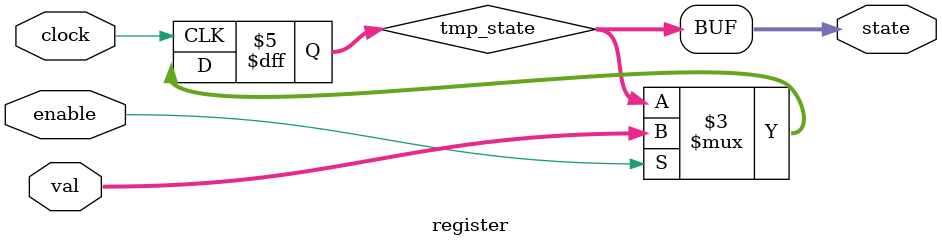
<source format=sv>
module abba (output z, input [1:2]x, input clock);

  wire [1:2]out_reg;
  wire [1:2]in_reg;

  register r(out_reg, clock, 1'b1, in_reg);
  sigma sm(in_reg, out_reg, x);
  omega om(z, out_reg, x);

endmodule // abba

module omega (output z, input [1:2]s, input [1:2]x);

  assign
    #1 z = s[1] & ~s[2] & ~x[1] & ~x[2];

endmodule // omega

module sigma (output [1:2]ns, input [1:2]s, input [1:2]x);

  assign
    #1 ns[1] = s[2] & ~x[1] & x[2];
  assign
    #2 ns[2] = ~s[1] &  s[2] & ~x[1]
          | ~s[1] & ~x[2]
          |  s[2] & ~x[2];

endmodule // sigma

module register (output reg [1:N]state, input clock, input enable, input [1:N]val);

  parameter N = 2;
  reg [1:N]tmp_state;

  // Viene eseguito quando il modulo viene istanziato
  initial begin
    tmp_state = 0;
  end

  // Viene eseguito ad ogni posedge del clock
  always @ (posedge clock) begin
    if (enable)
      tmp_state <= val; // '<=': Assegnamento asincrono (Piu' assegnamenti asincroni consecutivi vengono eseguiti contemporaneamente)
  end

  assign
    #1 state = tmp_state; // FIXME: reg state; cannot be driven by primitives or continuous assignment.



endmodule // register

</source>
